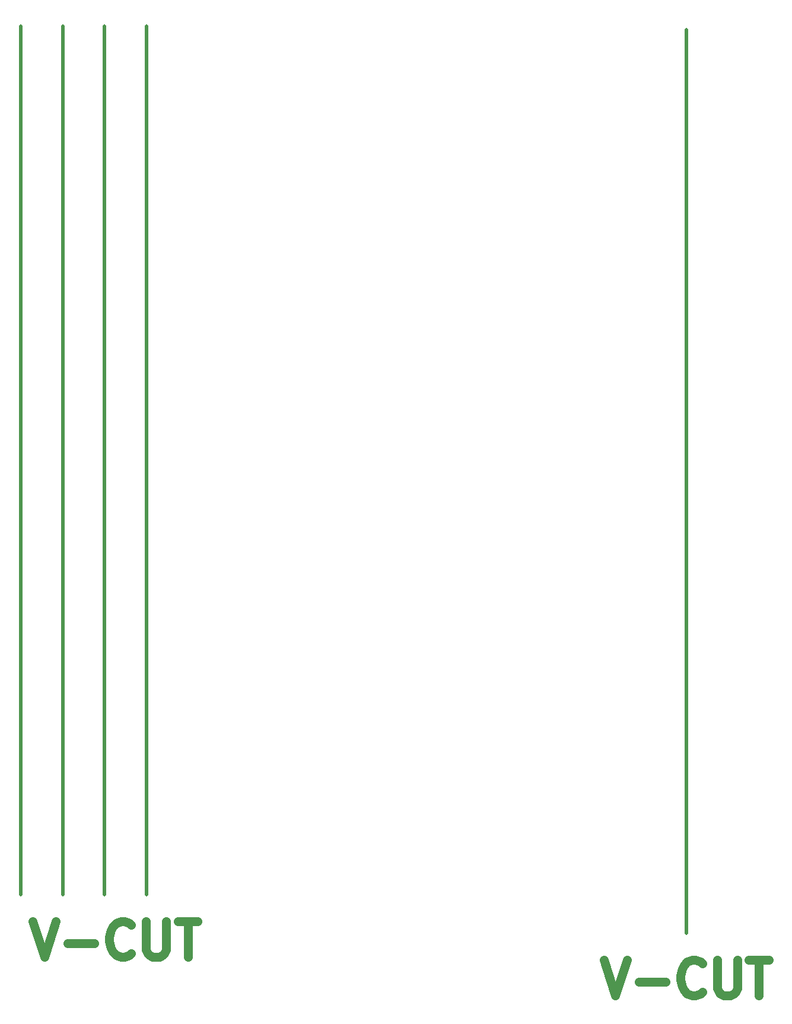
<source format=gbr>
%TF.GenerationSoftware,KiCad,Pcbnew,(7.0.0)*%
%TF.CreationDate,2023-02-14T21:30:46+09:00*%
%TF.ProjectId,audio,61756469-6f2e-46b6-9963-61645f706362,rev?*%
%TF.SameCoordinates,Original*%
%TF.FileFunction,Other,User*%
%FSLAX46Y46*%
G04 Gerber Fmt 4.6, Leading zero omitted, Abs format (unit mm)*
G04 Created by KiCad (PCBNEW (7.0.0)) date 2023-02-14 21:30:46*
%MOMM*%
%LPD*%
G01*
G04 APERTURE LIST*
%ADD10C,0.500000*%
%ADD11C,1.250000*%
G04 APERTURE END LIST*
D10*
X32655919Y-42535000D02*
X32655919Y-166535000D01*
X26655919Y-42535000D02*
X26655919Y-166535000D01*
X44655919Y-42535000D02*
X44655919Y-166535000D01*
X38655919Y-42535000D02*
X38655919Y-166535000D01*
X121655919Y-43035000D02*
X121655919Y-172035000D01*
D11*
X109870205Y-175871904D02*
X111536872Y-180871904D01*
X111536872Y-180871904D02*
X113203538Y-175871904D01*
X114870205Y-178967142D02*
X118679729Y-178967142D01*
X123917824Y-180395714D02*
X123679728Y-180633809D01*
X123679728Y-180633809D02*
X122965443Y-180871904D01*
X122965443Y-180871904D02*
X122489252Y-180871904D01*
X122489252Y-180871904D02*
X121774966Y-180633809D01*
X121774966Y-180633809D02*
X121298776Y-180157619D01*
X121298776Y-180157619D02*
X121060681Y-179681428D01*
X121060681Y-179681428D02*
X120822585Y-178729047D01*
X120822585Y-178729047D02*
X120822585Y-178014761D01*
X120822585Y-178014761D02*
X121060681Y-177062380D01*
X121060681Y-177062380D02*
X121298776Y-176586190D01*
X121298776Y-176586190D02*
X121774966Y-176110000D01*
X121774966Y-176110000D02*
X122489252Y-175871904D01*
X122489252Y-175871904D02*
X122965443Y-175871904D01*
X122965443Y-175871904D02*
X123679728Y-176110000D01*
X123679728Y-176110000D02*
X123917824Y-176348095D01*
X126060681Y-175871904D02*
X126060681Y-179919523D01*
X126060681Y-179919523D02*
X126298776Y-180395714D01*
X126298776Y-180395714D02*
X126536871Y-180633809D01*
X126536871Y-180633809D02*
X127013062Y-180871904D01*
X127013062Y-180871904D02*
X127965443Y-180871904D01*
X127965443Y-180871904D02*
X128441633Y-180633809D01*
X128441633Y-180633809D02*
X128679728Y-180395714D01*
X128679728Y-180395714D02*
X128917824Y-179919523D01*
X128917824Y-179919523D02*
X128917824Y-175871904D01*
X130584490Y-175871904D02*
X133441633Y-175871904D01*
X132013061Y-180871904D02*
X132013061Y-175871904D01*
X28370205Y-170371904D02*
X30036872Y-175371904D01*
X30036872Y-175371904D02*
X31703538Y-170371904D01*
X33370205Y-173467142D02*
X37179729Y-173467142D01*
X42417824Y-174895714D02*
X42179728Y-175133809D01*
X42179728Y-175133809D02*
X41465443Y-175371904D01*
X41465443Y-175371904D02*
X40989252Y-175371904D01*
X40989252Y-175371904D02*
X40274966Y-175133809D01*
X40274966Y-175133809D02*
X39798776Y-174657619D01*
X39798776Y-174657619D02*
X39560681Y-174181428D01*
X39560681Y-174181428D02*
X39322585Y-173229047D01*
X39322585Y-173229047D02*
X39322585Y-172514761D01*
X39322585Y-172514761D02*
X39560681Y-171562380D01*
X39560681Y-171562380D02*
X39798776Y-171086190D01*
X39798776Y-171086190D02*
X40274966Y-170610000D01*
X40274966Y-170610000D02*
X40989252Y-170371904D01*
X40989252Y-170371904D02*
X41465443Y-170371904D01*
X41465443Y-170371904D02*
X42179728Y-170610000D01*
X42179728Y-170610000D02*
X42417824Y-170848095D01*
X44560681Y-170371904D02*
X44560681Y-174419523D01*
X44560681Y-174419523D02*
X44798776Y-174895714D01*
X44798776Y-174895714D02*
X45036871Y-175133809D01*
X45036871Y-175133809D02*
X45513062Y-175371904D01*
X45513062Y-175371904D02*
X46465443Y-175371904D01*
X46465443Y-175371904D02*
X46941633Y-175133809D01*
X46941633Y-175133809D02*
X47179728Y-174895714D01*
X47179728Y-174895714D02*
X47417824Y-174419523D01*
X47417824Y-174419523D02*
X47417824Y-170371904D01*
X49084490Y-170371904D02*
X51941633Y-170371904D01*
X50513061Y-175371904D02*
X50513061Y-170371904D01*
M02*

</source>
